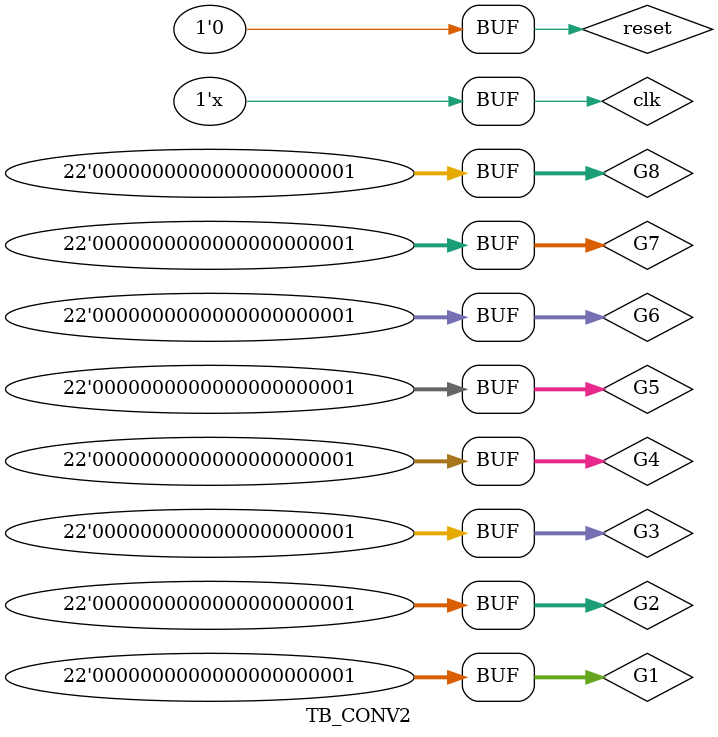
<source format=v>

`timescale 1ns / 1ps


module TB_CONV2;
    reg clk;
    reg reset;
    reg [21:0] G1, G2, G3, G4, G5, G6, G7, G8; 
    wire [6:0] addr2;
    wire signed [35:0] z;

    CONV2 uut( .G1(G1), .G2(G2), .G3(G3), .G4(G4), .G5(G5), .G6(G6), .G7(G7), .G8(G8), .clk(clk), .reset(reset), .addr(addr2),.y(z));    
    
    always #5 clk= ~clk;
    
    initial
    begin
        clk = 0;
        reset = 0;
        G1 = 1;
        G2 = 1;
        G3 = 1;
        G4 = 1;
        G5 = 1;
        G6 = 1;
        G7 = 1;
        G8 = 1;
        
        
    end
endmodule

</source>
